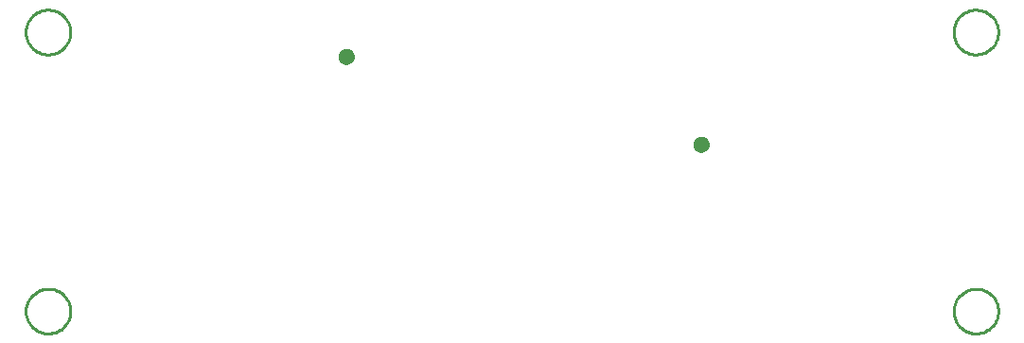
<source format=gbo>
G75*
G70*
%OFA0B0*%
%FSLAX24Y24*%
%IPPOS*%
%LPD*%
%AMOC8*
5,1,8,0,0,1.08239X$1,22.5*
%
%ADD10C,0.0098*%
%ADD11C,0.0394*%
D10*
X026507Y005832D02*
X026509Y005888D01*
X026515Y005943D01*
X026525Y005997D01*
X026538Y006051D01*
X026556Y006104D01*
X026577Y006155D01*
X026601Y006205D01*
X026629Y006253D01*
X026661Y006299D01*
X026695Y006343D01*
X026733Y006384D01*
X026773Y006422D01*
X026816Y006457D01*
X026861Y006489D01*
X026909Y006518D01*
X026958Y006544D01*
X027009Y006566D01*
X027061Y006584D01*
X027115Y006598D01*
X027170Y006609D01*
X027225Y006616D01*
X027280Y006619D01*
X027336Y006618D01*
X027391Y006613D01*
X027446Y006604D01*
X027500Y006592D01*
X027553Y006575D01*
X027605Y006555D01*
X027655Y006531D01*
X027703Y006504D01*
X027750Y006474D01*
X027794Y006440D01*
X027836Y006403D01*
X027874Y006363D01*
X027911Y006321D01*
X027944Y006276D01*
X027973Y006230D01*
X028000Y006181D01*
X028022Y006130D01*
X028042Y006078D01*
X028057Y006024D01*
X028069Y005970D01*
X028077Y005915D01*
X028081Y005860D01*
X028081Y005804D01*
X028077Y005749D01*
X028069Y005694D01*
X028057Y005640D01*
X028042Y005586D01*
X028022Y005534D01*
X028000Y005483D01*
X027973Y005434D01*
X027944Y005388D01*
X027911Y005343D01*
X027874Y005301D01*
X027836Y005261D01*
X027794Y005224D01*
X027750Y005190D01*
X027703Y005160D01*
X027655Y005133D01*
X027605Y005109D01*
X027553Y005089D01*
X027500Y005072D01*
X027446Y005060D01*
X027391Y005051D01*
X027336Y005046D01*
X027280Y005045D01*
X027225Y005048D01*
X027170Y005055D01*
X027115Y005066D01*
X027061Y005080D01*
X027009Y005098D01*
X026958Y005120D01*
X026909Y005146D01*
X026861Y005175D01*
X026816Y005207D01*
X026773Y005242D01*
X026733Y005280D01*
X026695Y005321D01*
X026661Y005365D01*
X026629Y005411D01*
X026601Y005459D01*
X026577Y005509D01*
X026556Y005560D01*
X026538Y005613D01*
X026525Y005667D01*
X026515Y005721D01*
X026509Y005776D01*
X026507Y005832D01*
X026507Y015675D02*
X026509Y015731D01*
X026515Y015786D01*
X026525Y015840D01*
X026538Y015894D01*
X026556Y015947D01*
X026577Y015998D01*
X026601Y016048D01*
X026629Y016096D01*
X026661Y016142D01*
X026695Y016186D01*
X026733Y016227D01*
X026773Y016265D01*
X026816Y016300D01*
X026861Y016332D01*
X026909Y016361D01*
X026958Y016387D01*
X027009Y016409D01*
X027061Y016427D01*
X027115Y016441D01*
X027170Y016452D01*
X027225Y016459D01*
X027280Y016462D01*
X027336Y016461D01*
X027391Y016456D01*
X027446Y016447D01*
X027500Y016435D01*
X027553Y016418D01*
X027605Y016398D01*
X027655Y016374D01*
X027703Y016347D01*
X027750Y016317D01*
X027794Y016283D01*
X027836Y016246D01*
X027874Y016206D01*
X027911Y016164D01*
X027944Y016119D01*
X027973Y016073D01*
X028000Y016024D01*
X028022Y015973D01*
X028042Y015921D01*
X028057Y015867D01*
X028069Y015813D01*
X028077Y015758D01*
X028081Y015703D01*
X028081Y015647D01*
X028077Y015592D01*
X028069Y015537D01*
X028057Y015483D01*
X028042Y015429D01*
X028022Y015377D01*
X028000Y015326D01*
X027973Y015277D01*
X027944Y015231D01*
X027911Y015186D01*
X027874Y015144D01*
X027836Y015104D01*
X027794Y015067D01*
X027750Y015033D01*
X027703Y015003D01*
X027655Y014976D01*
X027605Y014952D01*
X027553Y014932D01*
X027500Y014915D01*
X027446Y014903D01*
X027391Y014894D01*
X027336Y014889D01*
X027280Y014888D01*
X027225Y014891D01*
X027170Y014898D01*
X027115Y014909D01*
X027061Y014923D01*
X027009Y014941D01*
X026958Y014963D01*
X026909Y014989D01*
X026861Y015018D01*
X026816Y015050D01*
X026773Y015085D01*
X026733Y015123D01*
X026695Y015164D01*
X026661Y015208D01*
X026629Y015254D01*
X026601Y015302D01*
X026577Y015352D01*
X026556Y015403D01*
X026538Y015456D01*
X026525Y015510D01*
X026515Y015564D01*
X026509Y015619D01*
X026507Y015675D01*
X059185Y015675D02*
X059187Y015731D01*
X059193Y015786D01*
X059203Y015840D01*
X059216Y015894D01*
X059234Y015947D01*
X059255Y015998D01*
X059279Y016048D01*
X059307Y016096D01*
X059339Y016142D01*
X059373Y016186D01*
X059411Y016227D01*
X059451Y016265D01*
X059494Y016300D01*
X059539Y016332D01*
X059587Y016361D01*
X059636Y016387D01*
X059687Y016409D01*
X059739Y016427D01*
X059793Y016441D01*
X059848Y016452D01*
X059903Y016459D01*
X059958Y016462D01*
X060014Y016461D01*
X060069Y016456D01*
X060124Y016447D01*
X060178Y016435D01*
X060231Y016418D01*
X060283Y016398D01*
X060333Y016374D01*
X060381Y016347D01*
X060428Y016317D01*
X060472Y016283D01*
X060514Y016246D01*
X060552Y016206D01*
X060589Y016164D01*
X060622Y016119D01*
X060651Y016073D01*
X060678Y016024D01*
X060700Y015973D01*
X060720Y015921D01*
X060735Y015867D01*
X060747Y015813D01*
X060755Y015758D01*
X060759Y015703D01*
X060759Y015647D01*
X060755Y015592D01*
X060747Y015537D01*
X060735Y015483D01*
X060720Y015429D01*
X060700Y015377D01*
X060678Y015326D01*
X060651Y015277D01*
X060622Y015231D01*
X060589Y015186D01*
X060552Y015144D01*
X060514Y015104D01*
X060472Y015067D01*
X060428Y015033D01*
X060381Y015003D01*
X060333Y014976D01*
X060283Y014952D01*
X060231Y014932D01*
X060178Y014915D01*
X060124Y014903D01*
X060069Y014894D01*
X060014Y014889D01*
X059958Y014888D01*
X059903Y014891D01*
X059848Y014898D01*
X059793Y014909D01*
X059739Y014923D01*
X059687Y014941D01*
X059636Y014963D01*
X059587Y014989D01*
X059539Y015018D01*
X059494Y015050D01*
X059451Y015085D01*
X059411Y015123D01*
X059373Y015164D01*
X059339Y015208D01*
X059307Y015254D01*
X059279Y015302D01*
X059255Y015352D01*
X059234Y015403D01*
X059216Y015456D01*
X059203Y015510D01*
X059193Y015564D01*
X059187Y015619D01*
X059185Y015675D01*
X059185Y005832D02*
X059187Y005888D01*
X059193Y005943D01*
X059203Y005997D01*
X059216Y006051D01*
X059234Y006104D01*
X059255Y006155D01*
X059279Y006205D01*
X059307Y006253D01*
X059339Y006299D01*
X059373Y006343D01*
X059411Y006384D01*
X059451Y006422D01*
X059494Y006457D01*
X059539Y006489D01*
X059587Y006518D01*
X059636Y006544D01*
X059687Y006566D01*
X059739Y006584D01*
X059793Y006598D01*
X059848Y006609D01*
X059903Y006616D01*
X059958Y006619D01*
X060014Y006618D01*
X060069Y006613D01*
X060124Y006604D01*
X060178Y006592D01*
X060231Y006575D01*
X060283Y006555D01*
X060333Y006531D01*
X060381Y006504D01*
X060428Y006474D01*
X060472Y006440D01*
X060514Y006403D01*
X060552Y006363D01*
X060589Y006321D01*
X060622Y006276D01*
X060651Y006230D01*
X060678Y006181D01*
X060700Y006130D01*
X060720Y006078D01*
X060735Y006024D01*
X060747Y005970D01*
X060755Y005915D01*
X060759Y005860D01*
X060759Y005804D01*
X060755Y005749D01*
X060747Y005694D01*
X060735Y005640D01*
X060720Y005586D01*
X060700Y005534D01*
X060678Y005483D01*
X060651Y005434D01*
X060622Y005388D01*
X060589Y005343D01*
X060552Y005301D01*
X060514Y005261D01*
X060472Y005224D01*
X060428Y005190D01*
X060381Y005160D01*
X060333Y005133D01*
X060283Y005109D01*
X060231Y005089D01*
X060178Y005072D01*
X060124Y005060D01*
X060069Y005051D01*
X060014Y005046D01*
X059958Y005045D01*
X059903Y005048D01*
X059848Y005055D01*
X059793Y005066D01*
X059739Y005080D01*
X059687Y005098D01*
X059636Y005120D01*
X059587Y005146D01*
X059539Y005175D01*
X059494Y005207D01*
X059451Y005242D01*
X059411Y005280D01*
X059373Y005321D01*
X059339Y005365D01*
X059307Y005411D01*
X059279Y005459D01*
X059255Y005509D01*
X059234Y005560D01*
X059216Y005613D01*
X059203Y005667D01*
X059193Y005721D01*
X059187Y005776D01*
X059185Y005832D01*
D11*
X050228Y011702D02*
X050230Y011720D01*
X050236Y011736D01*
X050245Y011751D01*
X050258Y011764D01*
X050273Y011773D01*
X050289Y011779D01*
X050307Y011781D01*
X050325Y011779D01*
X050341Y011773D01*
X050356Y011764D01*
X050369Y011751D01*
X050378Y011736D01*
X050384Y011720D01*
X050386Y011702D01*
X050384Y011684D01*
X050378Y011668D01*
X050369Y011653D01*
X050356Y011640D01*
X050341Y011631D01*
X050325Y011625D01*
X050307Y011623D01*
X050289Y011625D01*
X050273Y011631D01*
X050258Y011640D01*
X050245Y011653D01*
X050236Y011668D01*
X050230Y011684D01*
X050228Y011702D01*
X037728Y014802D02*
X037730Y014820D01*
X037736Y014836D01*
X037745Y014851D01*
X037758Y014864D01*
X037773Y014873D01*
X037789Y014879D01*
X037807Y014881D01*
X037825Y014879D01*
X037841Y014873D01*
X037856Y014864D01*
X037869Y014851D01*
X037878Y014836D01*
X037884Y014820D01*
X037886Y014802D01*
X037884Y014784D01*
X037878Y014768D01*
X037869Y014753D01*
X037856Y014740D01*
X037841Y014731D01*
X037825Y014725D01*
X037807Y014723D01*
X037789Y014725D01*
X037773Y014731D01*
X037758Y014740D01*
X037745Y014753D01*
X037736Y014768D01*
X037730Y014784D01*
X037728Y014802D01*
M02*

</source>
